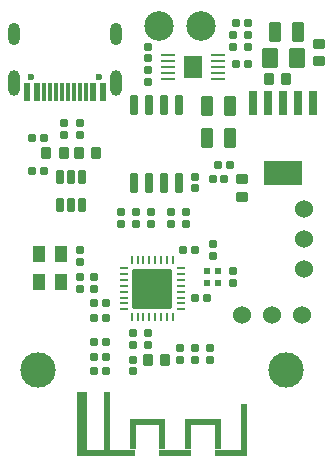
<source format=gbr>
%TF.GenerationSoftware,Altium Limited,Altium Designer,22.7.1 (60)*%
G04 Layer_Color=255*
%FSLAX45Y45*%
%MOMM*%
%TF.SameCoordinates,1A5FE687-02E9-4ECA-85C8-40D928D14E81*%
%TF.FilePolarity,Positive*%
%TF.FileFunction,Pads,Top*%
%TF.Part,Single*%
G01*
G75*
%TA.AperFunction,ConnectorPad*%
%ADD11R,0.60000X1.50000*%
%ADD12R,0.30000X1.50000*%
%TA.AperFunction,SMDPad,CuDef*%
G04:AMPARAMS|DCode=13|XSize=3.45mm|YSize=3.45mm|CornerRadius=0.1725mm|HoleSize=0mm|Usage=FLASHONLY|Rotation=270.000|XOffset=0mm|YOffset=0mm|HoleType=Round|Shape=RoundedRectangle|*
%AMROUNDEDRECTD13*
21,1,3.45000,3.10500,0,0,270.0*
21,1,3.10500,3.45000,0,0,270.0*
1,1,0.34500,-1.55250,-1.55250*
1,1,0.34500,-1.55250,1.55250*
1,1,0.34500,1.55250,1.55250*
1,1,0.34500,1.55250,-1.55250*
%
%ADD13ROUNDEDRECTD13*%
G04:AMPARAMS|DCode=14|XSize=0.25mm|YSize=0.7mm|CornerRadius=0.0125mm|HoleSize=0mm|Usage=FLASHONLY|Rotation=90.000|XOffset=0mm|YOffset=0mm|HoleType=Round|Shape=RoundedRectangle|*
%AMROUNDEDRECTD14*
21,1,0.25000,0.67500,0,0,90.0*
21,1,0.22500,0.70000,0,0,90.0*
1,1,0.02500,0.33750,0.11250*
1,1,0.02500,0.33750,-0.11250*
1,1,0.02500,-0.33750,-0.11250*
1,1,0.02500,-0.33750,0.11250*
%
%ADD14ROUNDEDRECTD14*%
G04:AMPARAMS|DCode=15|XSize=0.25mm|YSize=0.7mm|CornerRadius=0.0125mm|HoleSize=0mm|Usage=FLASHONLY|Rotation=0.000|XOffset=0mm|YOffset=0mm|HoleType=Round|Shape=RoundedRectangle|*
%AMROUNDEDRECTD15*
21,1,0.25000,0.67500,0,0,0.0*
21,1,0.22500,0.70000,0,0,0.0*
1,1,0.02500,0.11250,-0.33750*
1,1,0.02500,-0.11250,-0.33750*
1,1,0.02500,-0.11250,0.33750*
1,1,0.02500,0.11250,0.33750*
%
%ADD15ROUNDEDRECTD15*%
G04:AMPARAMS|DCode=16|XSize=0.25mm|YSize=1.15mm|CornerRadius=0.05mm|HoleSize=0mm|Usage=FLASHONLY|Rotation=90.000|XOffset=0mm|YOffset=0mm|HoleType=Round|Shape=RoundedRectangle|*
%AMROUNDEDRECTD16*
21,1,0.25000,1.05000,0,0,90.0*
21,1,0.15000,1.15000,0,0,90.0*
1,1,0.10000,0.52500,0.07500*
1,1,0.10000,0.52500,-0.07500*
1,1,0.10000,-0.52500,-0.07500*
1,1,0.10000,-0.52500,0.07500*
%
%ADD16ROUNDEDRECTD16*%
G04:AMPARAMS|DCode=17|XSize=1.57mm|YSize=1.88mm|CornerRadius=0.0471mm|HoleSize=0mm|Usage=FLASHONLY|Rotation=0.000|XOffset=0mm|YOffset=0mm|HoleType=Round|Shape=RoundedRectangle|*
%AMROUNDEDRECTD17*
21,1,1.57000,1.78580,0,0,0.0*
21,1,1.47580,1.88000,0,0,0.0*
1,1,0.09420,0.73790,-0.89290*
1,1,0.09420,-0.73790,-0.89290*
1,1,0.09420,-0.73790,0.89290*
1,1,0.09420,0.73790,0.89290*
%
%ADD17ROUNDEDRECTD17*%
G04:AMPARAMS|DCode=18|XSize=0.8mm|YSize=1mm|CornerRadius=0.1mm|HoleSize=0mm|Usage=FLASHONLY|Rotation=0.000|XOffset=0mm|YOffset=0mm|HoleType=Round|Shape=RoundedRectangle|*
%AMROUNDEDRECTD18*
21,1,0.80000,0.80000,0,0,0.0*
21,1,0.60000,1.00000,0,0,0.0*
1,1,0.20000,0.30000,-0.40000*
1,1,0.20000,-0.30000,-0.40000*
1,1,0.20000,-0.30000,0.40000*
1,1,0.20000,0.30000,0.40000*
%
%ADD18ROUNDEDRECTD18*%
G04:AMPARAMS|DCode=19|XSize=0.6mm|YSize=1.7mm|CornerRadius=0.075mm|HoleSize=0mm|Usage=FLASHONLY|Rotation=0.000|XOffset=0mm|YOffset=0mm|HoleType=Round|Shape=RoundedRectangle|*
%AMROUNDEDRECTD19*
21,1,0.60000,1.55000,0,0,0.0*
21,1,0.45000,1.70000,0,0,0.0*
1,1,0.15000,0.22500,-0.77500*
1,1,0.15000,-0.22500,-0.77500*
1,1,0.15000,-0.22500,0.77500*
1,1,0.15000,0.22500,0.77500*
%
%ADD19ROUNDEDRECTD19*%
G04:AMPARAMS|DCode=20|XSize=0.6mm|YSize=0.7mm|CornerRadius=0.075mm|HoleSize=0mm|Usage=FLASHONLY|Rotation=180.000|XOffset=0mm|YOffset=0mm|HoleType=Round|Shape=RoundedRectangle|*
%AMROUNDEDRECTD20*
21,1,0.60000,0.55000,0,0,180.0*
21,1,0.45000,0.70000,0,0,180.0*
1,1,0.15000,-0.22500,0.27500*
1,1,0.15000,0.22500,0.27500*
1,1,0.15000,0.22500,-0.27500*
1,1,0.15000,-0.22500,-0.27500*
%
%ADD20ROUNDEDRECTD20*%
G04:AMPARAMS|DCode=21|XSize=0.6mm|YSize=0.7mm|CornerRadius=0.075mm|HoleSize=0mm|Usage=FLASHONLY|Rotation=270.000|XOffset=0mm|YOffset=0mm|HoleType=Round|Shape=RoundedRectangle|*
%AMROUNDEDRECTD21*
21,1,0.60000,0.55000,0,0,270.0*
21,1,0.45000,0.70000,0,0,270.0*
1,1,0.15000,-0.27500,-0.22500*
1,1,0.15000,-0.27500,0.22500*
1,1,0.15000,0.27500,0.22500*
1,1,0.15000,0.27500,-0.22500*
%
%ADD21ROUNDEDRECTD21*%
G04:AMPARAMS|DCode=22|XSize=3.2mm|YSize=2.1mm|CornerRadius=0.0525mm|HoleSize=0mm|Usage=FLASHONLY|Rotation=0.000|XOffset=0mm|YOffset=0mm|HoleType=Round|Shape=RoundedRectangle|*
%AMROUNDEDRECTD22*
21,1,3.20000,1.99500,0,0,0.0*
21,1,3.09500,2.10000,0,0,0.0*
1,1,0.10500,1.54750,-0.99750*
1,1,0.10500,-1.54750,-0.99750*
1,1,0.10500,-1.54750,0.99750*
1,1,0.10500,1.54750,0.99750*
%
%ADD22ROUNDEDRECTD22*%
G04:AMPARAMS|DCode=23|XSize=0.6mm|YSize=2.1mm|CornerRadius=0.051mm|HoleSize=0mm|Usage=FLASHONLY|Rotation=0.000|XOffset=0mm|YOffset=0mm|HoleType=Round|Shape=RoundedRectangle|*
%AMROUNDEDRECTD23*
21,1,0.60000,1.99800,0,0,0.0*
21,1,0.49800,2.10000,0,0,0.0*
1,1,0.10200,0.24900,-0.99900*
1,1,0.10200,-0.24900,-0.99900*
1,1,0.10200,-0.24900,0.99900*
1,1,0.10200,0.24900,0.99900*
%
%ADD23ROUNDEDRECTD23*%
G04:AMPARAMS|DCode=24|XSize=0.6mm|YSize=1.2mm|CornerRadius=0.075mm|HoleSize=0mm|Usage=FLASHONLY|Rotation=180.000|XOffset=0mm|YOffset=0mm|HoleType=Round|Shape=RoundedRectangle|*
%AMROUNDEDRECTD24*
21,1,0.60000,1.05000,0,0,180.0*
21,1,0.45000,1.20000,0,0,180.0*
1,1,0.15000,-0.22500,0.52500*
1,1,0.15000,0.22500,0.52500*
1,1,0.15000,0.22500,-0.52500*
1,1,0.15000,-0.22500,-0.52500*
%
%ADD24ROUNDEDRECTD24*%
G04:AMPARAMS|DCode=25|XSize=0.8mm|YSize=1mm|CornerRadius=0.1mm|HoleSize=0mm|Usage=FLASHONLY|Rotation=270.000|XOffset=0mm|YOffset=0mm|HoleType=Round|Shape=RoundedRectangle|*
%AMROUNDEDRECTD25*
21,1,0.80000,0.80000,0,0,270.0*
21,1,0.60000,1.00000,0,0,270.0*
1,1,0.20000,-0.40000,-0.30000*
1,1,0.20000,-0.40000,0.30000*
1,1,0.20000,0.40000,0.30000*
1,1,0.20000,0.40000,-0.30000*
%
%ADD25ROUNDEDRECTD25*%
G04:AMPARAMS|DCode=26|XSize=1mm|YSize=1.7mm|CornerRadius=0.125mm|HoleSize=0mm|Usage=FLASHONLY|Rotation=0.000|XOffset=0mm|YOffset=0mm|HoleType=Round|Shape=RoundedRectangle|*
%AMROUNDEDRECTD26*
21,1,1.00000,1.45000,0,0,0.0*
21,1,0.75000,1.70000,0,0,0.0*
1,1,0.25000,0.37500,-0.72500*
1,1,0.25000,-0.37500,-0.72500*
1,1,0.25000,-0.37500,0.72500*
1,1,0.25000,0.37500,0.72500*
%
%ADD26ROUNDEDRECTD26*%
G04:AMPARAMS|DCode=27|XSize=1.4mm|YSize=1.7mm|CornerRadius=0.175mm|HoleSize=0mm|Usage=FLASHONLY|Rotation=0.000|XOffset=0mm|YOffset=0mm|HoleType=Round|Shape=RoundedRectangle|*
%AMROUNDEDRECTD27*
21,1,1.40000,1.35000,0,0,0.0*
21,1,1.05000,1.70000,0,0,0.0*
1,1,0.35000,0.52500,-0.67500*
1,1,0.35000,-0.52500,-0.67500*
1,1,0.35000,-0.52500,0.67500*
1,1,0.35000,0.52500,0.67500*
%
%ADD27ROUNDEDRECTD27*%
G04:AMPARAMS|DCode=28|XSize=1.3mm|YSize=1.1mm|CornerRadius=0.055mm|HoleSize=0mm|Usage=FLASHONLY|Rotation=270.000|XOffset=0mm|YOffset=0mm|HoleType=Round|Shape=RoundedRectangle|*
%AMROUNDEDRECTD28*
21,1,1.30000,0.99000,0,0,270.0*
21,1,1.19000,1.10000,0,0,270.0*
1,1,0.11000,-0.49500,-0.59500*
1,1,0.11000,-0.49500,0.59500*
1,1,0.11000,0.49500,0.59500*
1,1,0.11000,0.49500,-0.59500*
%
%ADD28ROUNDEDRECTD28*%
G04:AMPARAMS|DCode=29|XSize=0.55mm|YSize=0.55mm|CornerRadius=0.0275mm|HoleSize=0mm|Usage=FLASHONLY|Rotation=0.000|XOffset=0mm|YOffset=0mm|HoleType=Round|Shape=RoundedRectangle|*
%AMROUNDEDRECTD29*
21,1,0.55000,0.49500,0,0,0.0*
21,1,0.49500,0.55000,0,0,0.0*
1,1,0.05500,0.24750,-0.24750*
1,1,0.05500,-0.24750,-0.24750*
1,1,0.05500,-0.24750,0.24750*
1,1,0.05500,0.24750,0.24750*
%
%ADD29ROUNDEDRECTD29*%
%TA.AperFunction,TestPad*%
%ADD30R,0.90000X4.90000*%
%ADD31R,5.00000X0.50000*%
%ADD32R,0.50000X4.90000*%
%ADD33R,0.50000X2.64000*%
%ADD34R,2.00000X0.50000*%
%ADD35R,2.70000X0.50000*%
%ADD36R,0.50000X3.94000*%
%TA.AperFunction,ComponentPad*%
%ADD46C,0.60000*%
%ADD47O,1.00000X2.20000*%
%ADD48O,1.00000X1.90000*%
%TA.AperFunction,WasherPad*%
%ADD49C,3.00000*%
%TA.AperFunction,ComponentPad*%
%ADD50C,1.52400*%
%ADD51C,2.50000*%
D11*
X867258Y3150047D02*
D03*
X947258D02*
D03*
X307257D02*
D03*
X387258D02*
D03*
D12*
X802257D02*
D03*
X752258D02*
D03*
X702258D02*
D03*
X452258D02*
D03*
X502258D02*
D03*
X552257D02*
D03*
X602258D02*
D03*
X652258D02*
D03*
D13*
X1367258Y1485047D02*
D03*
D14*
X1127258Y1310047D02*
D03*
Y1360047D02*
D03*
Y1410047D02*
D03*
Y1460047D02*
D03*
Y1510047D02*
D03*
Y1560047D02*
D03*
Y1610047D02*
D03*
Y1660047D02*
D03*
X1607258D02*
D03*
Y1610047D02*
D03*
Y1560047D02*
D03*
Y1510047D02*
D03*
Y1460047D02*
D03*
Y1410047D02*
D03*
Y1360047D02*
D03*
Y1310047D02*
D03*
D15*
X1192258Y1725047D02*
D03*
X1242258D02*
D03*
X1292258D02*
D03*
X1342258D02*
D03*
X1392258D02*
D03*
X1442258D02*
D03*
X1492258D02*
D03*
X1542258D02*
D03*
Y1245047D02*
D03*
X1492258D02*
D03*
X1442258D02*
D03*
X1392258D02*
D03*
X1342258D02*
D03*
X1292258D02*
D03*
X1242258D02*
D03*
X1192258D02*
D03*
D16*
X1502258Y3460047D02*
D03*
Y3410048D02*
D03*
Y3360047D02*
D03*
Y3310047D02*
D03*
Y3260047D02*
D03*
X1927258Y3460047D02*
D03*
Y3410048D02*
D03*
Y3360047D02*
D03*
Y3310047D02*
D03*
Y3260047D02*
D03*
D17*
X1714758Y3360047D02*
D03*
D18*
X467851Y2630354D02*
D03*
X617851D02*
D03*
X2502258Y3260047D02*
D03*
X2352258D02*
D03*
X892850Y2630354D02*
D03*
X742850D02*
D03*
X1327258Y885047D02*
D03*
X1477258D02*
D03*
D19*
X1592758Y3041547D02*
D03*
X1465758D02*
D03*
X1338758D02*
D03*
X1211758D02*
D03*
X1592758Y2378547D02*
D03*
X1465758D02*
D03*
X1338758D02*
D03*
X1211758D02*
D03*
D20*
X352258Y2485047D02*
D03*
X452258D02*
D03*
X352258Y2760047D02*
D03*
X452258D02*
D03*
X2177258Y3735047D02*
D03*
X2077258D02*
D03*
X877258Y785047D02*
D03*
X977258D02*
D03*
X2077257Y3385047D02*
D03*
X2177258D02*
D03*
X1927258Y2535047D02*
D03*
X2027258D02*
D03*
X1877258Y2410047D02*
D03*
X1977258D02*
D03*
X877257Y1360047D02*
D03*
X977257D02*
D03*
X1827258Y1410047D02*
D03*
X1727258D02*
D03*
X1727258Y1810047D02*
D03*
X1627258D02*
D03*
X977258Y910047D02*
D03*
X877258D02*
D03*
X977258Y1035047D02*
D03*
X877258D02*
D03*
X877257Y1235047D02*
D03*
X977257D02*
D03*
D21*
X1327258Y3235047D02*
D03*
Y3335047D02*
D03*
X2052258Y3535047D02*
D03*
Y3635047D02*
D03*
X2177258Y3535047D02*
D03*
Y3635047D02*
D03*
X618111Y2886522D02*
D03*
Y2786522D02*
D03*
X750877Y2887780D02*
D03*
Y2787780D02*
D03*
X1202258Y785047D02*
D03*
Y885047D02*
D03*
X1727258Y2335047D02*
D03*
Y2435047D02*
D03*
X1327258Y3435047D02*
D03*
Y3535047D02*
D03*
X1852258Y885047D02*
D03*
Y985047D02*
D03*
X1727258Y885048D02*
D03*
Y985048D02*
D03*
X1602258D02*
D03*
Y885048D02*
D03*
X1327258Y1110048D02*
D03*
Y1010048D02*
D03*
X1227258Y2135048D02*
D03*
Y2035047D02*
D03*
X1352258Y2135048D02*
D03*
Y2035047D02*
D03*
X1527258Y2135048D02*
D03*
Y2035047D02*
D03*
X1102258Y2135048D02*
D03*
Y2035047D02*
D03*
X752258Y1485047D02*
D03*
Y1585047D02*
D03*
Y1810047D02*
D03*
Y1710047D02*
D03*
X877258Y1485047D02*
D03*
Y1585047D02*
D03*
X1877258Y1860048D02*
D03*
Y1760048D02*
D03*
X2052258Y1535047D02*
D03*
Y1635047D02*
D03*
X1652258Y2135048D02*
D03*
Y2035047D02*
D03*
X1202258Y1110047D02*
D03*
Y1010047D02*
D03*
D22*
X2477258Y2462547D02*
D03*
D23*
X2223258Y3057547D02*
D03*
X2350258D02*
D03*
X2477258D02*
D03*
X2604258D02*
D03*
X2731258D02*
D03*
D24*
X772258Y2190047D02*
D03*
X677257D02*
D03*
X582258D02*
D03*
Y2430047D02*
D03*
X677257D02*
D03*
X772258D02*
D03*
D25*
X2777258Y3560047D02*
D03*
Y3410047D02*
D03*
X2127258Y2260048D02*
D03*
Y2410048D02*
D03*
D26*
X2407258Y3660047D02*
D03*
X2597258D02*
D03*
X1832258Y3035047D02*
D03*
X2022258D02*
D03*
X1832258Y2760047D02*
D03*
X2022258D02*
D03*
D27*
X2362958Y3435047D02*
D03*
X2591558D02*
D03*
D28*
X407258Y1545047D02*
D03*
X597258D02*
D03*
X407258Y1775047D02*
D03*
X597258D02*
D03*
D29*
X1829758Y1632547D02*
D03*
X1924758D02*
D03*
Y1537547D02*
D03*
X1829758D02*
D03*
D30*
X769763Y364902D02*
D03*
D31*
X974763Y94902D02*
D03*
D32*
X979763Y364902D02*
D03*
D33*
X1199763Y251902D02*
D03*
X1449763D02*
D03*
X1669763D02*
D03*
X1919763D02*
D03*
D34*
X1324763Y358902D02*
D03*
X1794763D02*
D03*
D35*
X1559763Y94902D02*
D03*
X2029763D02*
D03*
D36*
X2139763Y316902D02*
D03*
D46*
X337258Y3275047D02*
D03*
X917258D02*
D03*
D47*
X1059758Y3225047D02*
D03*
X194758D02*
D03*
D48*
Y3645047D02*
D03*
X1059758D02*
D03*
D49*
X400000Y800000D02*
D03*
X2500000D02*
D03*
D50*
X2631258Y1260047D02*
D03*
X2377258D02*
D03*
X2123258D02*
D03*
X2652258Y2164047D02*
D03*
Y1910047D02*
D03*
Y1656047D02*
D03*
D51*
X1427258Y3710047D02*
D03*
X1777258D02*
D03*
%TF.MD5,f6d752af08e053ee3890e7369c91b4fe*%
M02*

</source>
